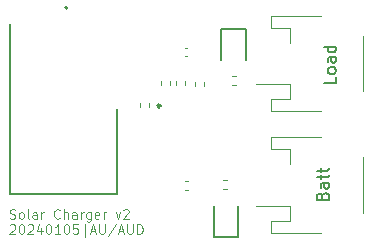
<source format=gbr>
%TF.GenerationSoftware,KiCad,Pcbnew,7.0.2-0*%
%TF.CreationDate,2024-01-11T17:10:39-05:00*%
%TF.ProjectId,SolarCharger_v2,536f6c61-7243-4686-9172-6765725f7632,2*%
%TF.SameCoordinates,Original*%
%TF.FileFunction,Legend,Top*%
%TF.FilePolarity,Positive*%
%FSLAX46Y46*%
G04 Gerber Fmt 4.6, Leading zero omitted, Abs format (unit mm)*
G04 Created by KiCad (PCBNEW 7.0.2-0) date 2024-01-11 17:10:39*
%MOMM*%
%LPD*%
G01*
G04 APERTURE LIST*
%ADD10C,0.100000*%
%ADD11C,0.150000*%
%ADD12C,0.120000*%
%ADD13C,0.200000*%
%ADD14C,0.250000*%
G04 APERTURE END LIST*
D10*
X146811980Y-82591200D02*
X146926266Y-82629295D01*
X146926266Y-82629295D02*
X147116742Y-82629295D01*
X147116742Y-82629295D02*
X147192933Y-82591200D01*
X147192933Y-82591200D02*
X147231028Y-82553104D01*
X147231028Y-82553104D02*
X147269123Y-82476914D01*
X147269123Y-82476914D02*
X147269123Y-82400723D01*
X147269123Y-82400723D02*
X147231028Y-82324533D01*
X147231028Y-82324533D02*
X147192933Y-82286438D01*
X147192933Y-82286438D02*
X147116742Y-82248342D01*
X147116742Y-82248342D02*
X146964361Y-82210247D01*
X146964361Y-82210247D02*
X146888171Y-82172152D01*
X146888171Y-82172152D02*
X146850076Y-82134057D01*
X146850076Y-82134057D02*
X146811980Y-82057866D01*
X146811980Y-82057866D02*
X146811980Y-81981676D01*
X146811980Y-81981676D02*
X146850076Y-81905485D01*
X146850076Y-81905485D02*
X146888171Y-81867390D01*
X146888171Y-81867390D02*
X146964361Y-81829295D01*
X146964361Y-81829295D02*
X147154838Y-81829295D01*
X147154838Y-81829295D02*
X147269123Y-81867390D01*
X147726266Y-82629295D02*
X147650076Y-82591200D01*
X147650076Y-82591200D02*
X147611981Y-82553104D01*
X147611981Y-82553104D02*
X147573885Y-82476914D01*
X147573885Y-82476914D02*
X147573885Y-82248342D01*
X147573885Y-82248342D02*
X147611981Y-82172152D01*
X147611981Y-82172152D02*
X147650076Y-82134057D01*
X147650076Y-82134057D02*
X147726266Y-82095961D01*
X147726266Y-82095961D02*
X147840552Y-82095961D01*
X147840552Y-82095961D02*
X147916743Y-82134057D01*
X147916743Y-82134057D02*
X147954838Y-82172152D01*
X147954838Y-82172152D02*
X147992933Y-82248342D01*
X147992933Y-82248342D02*
X147992933Y-82476914D01*
X147992933Y-82476914D02*
X147954838Y-82553104D01*
X147954838Y-82553104D02*
X147916743Y-82591200D01*
X147916743Y-82591200D02*
X147840552Y-82629295D01*
X147840552Y-82629295D02*
X147726266Y-82629295D01*
X148450076Y-82629295D02*
X148373886Y-82591200D01*
X148373886Y-82591200D02*
X148335791Y-82515009D01*
X148335791Y-82515009D02*
X148335791Y-81829295D01*
X149097696Y-82629295D02*
X149097696Y-82210247D01*
X149097696Y-82210247D02*
X149059601Y-82134057D01*
X149059601Y-82134057D02*
X148983410Y-82095961D01*
X148983410Y-82095961D02*
X148831029Y-82095961D01*
X148831029Y-82095961D02*
X148754839Y-82134057D01*
X149097696Y-82591200D02*
X149021505Y-82629295D01*
X149021505Y-82629295D02*
X148831029Y-82629295D01*
X148831029Y-82629295D02*
X148754839Y-82591200D01*
X148754839Y-82591200D02*
X148716743Y-82515009D01*
X148716743Y-82515009D02*
X148716743Y-82438819D01*
X148716743Y-82438819D02*
X148754839Y-82362628D01*
X148754839Y-82362628D02*
X148831029Y-82324533D01*
X148831029Y-82324533D02*
X149021505Y-82324533D01*
X149021505Y-82324533D02*
X149097696Y-82286438D01*
X149478649Y-82629295D02*
X149478649Y-82095961D01*
X149478649Y-82248342D02*
X149516744Y-82172152D01*
X149516744Y-82172152D02*
X149554839Y-82134057D01*
X149554839Y-82134057D02*
X149631030Y-82095961D01*
X149631030Y-82095961D02*
X149707220Y-82095961D01*
X151040554Y-82553104D02*
X151002458Y-82591200D01*
X151002458Y-82591200D02*
X150888173Y-82629295D01*
X150888173Y-82629295D02*
X150811982Y-82629295D01*
X150811982Y-82629295D02*
X150697696Y-82591200D01*
X150697696Y-82591200D02*
X150621506Y-82515009D01*
X150621506Y-82515009D02*
X150583411Y-82438819D01*
X150583411Y-82438819D02*
X150545315Y-82286438D01*
X150545315Y-82286438D02*
X150545315Y-82172152D01*
X150545315Y-82172152D02*
X150583411Y-82019771D01*
X150583411Y-82019771D02*
X150621506Y-81943580D01*
X150621506Y-81943580D02*
X150697696Y-81867390D01*
X150697696Y-81867390D02*
X150811982Y-81829295D01*
X150811982Y-81829295D02*
X150888173Y-81829295D01*
X150888173Y-81829295D02*
X151002458Y-81867390D01*
X151002458Y-81867390D02*
X151040554Y-81905485D01*
X151383411Y-82629295D02*
X151383411Y-81829295D01*
X151726268Y-82629295D02*
X151726268Y-82210247D01*
X151726268Y-82210247D02*
X151688173Y-82134057D01*
X151688173Y-82134057D02*
X151611982Y-82095961D01*
X151611982Y-82095961D02*
X151497696Y-82095961D01*
X151497696Y-82095961D02*
X151421506Y-82134057D01*
X151421506Y-82134057D02*
X151383411Y-82172152D01*
X152450078Y-82629295D02*
X152450078Y-82210247D01*
X152450078Y-82210247D02*
X152411983Y-82134057D01*
X152411983Y-82134057D02*
X152335792Y-82095961D01*
X152335792Y-82095961D02*
X152183411Y-82095961D01*
X152183411Y-82095961D02*
X152107221Y-82134057D01*
X152450078Y-82591200D02*
X152373887Y-82629295D01*
X152373887Y-82629295D02*
X152183411Y-82629295D01*
X152183411Y-82629295D02*
X152107221Y-82591200D01*
X152107221Y-82591200D02*
X152069125Y-82515009D01*
X152069125Y-82515009D02*
X152069125Y-82438819D01*
X152069125Y-82438819D02*
X152107221Y-82362628D01*
X152107221Y-82362628D02*
X152183411Y-82324533D01*
X152183411Y-82324533D02*
X152373887Y-82324533D01*
X152373887Y-82324533D02*
X152450078Y-82286438D01*
X152831031Y-82629295D02*
X152831031Y-82095961D01*
X152831031Y-82248342D02*
X152869126Y-82172152D01*
X152869126Y-82172152D02*
X152907221Y-82134057D01*
X152907221Y-82134057D02*
X152983412Y-82095961D01*
X152983412Y-82095961D02*
X153059602Y-82095961D01*
X153669126Y-82095961D02*
X153669126Y-82743580D01*
X153669126Y-82743580D02*
X153631031Y-82819771D01*
X153631031Y-82819771D02*
X153592935Y-82857866D01*
X153592935Y-82857866D02*
X153516745Y-82895961D01*
X153516745Y-82895961D02*
X153402459Y-82895961D01*
X153402459Y-82895961D02*
X153326269Y-82857866D01*
X153669126Y-82591200D02*
X153592935Y-82629295D01*
X153592935Y-82629295D02*
X153440554Y-82629295D01*
X153440554Y-82629295D02*
X153364364Y-82591200D01*
X153364364Y-82591200D02*
X153326269Y-82553104D01*
X153326269Y-82553104D02*
X153288173Y-82476914D01*
X153288173Y-82476914D02*
X153288173Y-82248342D01*
X153288173Y-82248342D02*
X153326269Y-82172152D01*
X153326269Y-82172152D02*
X153364364Y-82134057D01*
X153364364Y-82134057D02*
X153440554Y-82095961D01*
X153440554Y-82095961D02*
X153592935Y-82095961D01*
X153592935Y-82095961D02*
X153669126Y-82134057D01*
X154354841Y-82591200D02*
X154278650Y-82629295D01*
X154278650Y-82629295D02*
X154126269Y-82629295D01*
X154126269Y-82629295D02*
X154050079Y-82591200D01*
X154050079Y-82591200D02*
X154011983Y-82515009D01*
X154011983Y-82515009D02*
X154011983Y-82210247D01*
X154011983Y-82210247D02*
X154050079Y-82134057D01*
X154050079Y-82134057D02*
X154126269Y-82095961D01*
X154126269Y-82095961D02*
X154278650Y-82095961D01*
X154278650Y-82095961D02*
X154354841Y-82134057D01*
X154354841Y-82134057D02*
X154392936Y-82210247D01*
X154392936Y-82210247D02*
X154392936Y-82286438D01*
X154392936Y-82286438D02*
X154011983Y-82362628D01*
X154735793Y-82629295D02*
X154735793Y-82095961D01*
X154735793Y-82248342D02*
X154773888Y-82172152D01*
X154773888Y-82172152D02*
X154811983Y-82134057D01*
X154811983Y-82134057D02*
X154888174Y-82095961D01*
X154888174Y-82095961D02*
X154964364Y-82095961D01*
X155764364Y-82095961D02*
X155954840Y-82629295D01*
X155954840Y-82629295D02*
X156145317Y-82095961D01*
X156411983Y-81905485D02*
X156450079Y-81867390D01*
X156450079Y-81867390D02*
X156526269Y-81829295D01*
X156526269Y-81829295D02*
X156716745Y-81829295D01*
X156716745Y-81829295D02*
X156792936Y-81867390D01*
X156792936Y-81867390D02*
X156831031Y-81905485D01*
X156831031Y-81905485D02*
X156869126Y-81981676D01*
X156869126Y-81981676D02*
X156869126Y-82057866D01*
X156869126Y-82057866D02*
X156831031Y-82172152D01*
X156831031Y-82172152D02*
X156373888Y-82629295D01*
X156373888Y-82629295D02*
X156869126Y-82629295D01*
X146811980Y-83201485D02*
X146850076Y-83163390D01*
X146850076Y-83163390D02*
X146926266Y-83125295D01*
X146926266Y-83125295D02*
X147116742Y-83125295D01*
X147116742Y-83125295D02*
X147192933Y-83163390D01*
X147192933Y-83163390D02*
X147231028Y-83201485D01*
X147231028Y-83201485D02*
X147269123Y-83277676D01*
X147269123Y-83277676D02*
X147269123Y-83353866D01*
X147269123Y-83353866D02*
X147231028Y-83468152D01*
X147231028Y-83468152D02*
X146773885Y-83925295D01*
X146773885Y-83925295D02*
X147269123Y-83925295D01*
X147764362Y-83125295D02*
X147840552Y-83125295D01*
X147840552Y-83125295D02*
X147916743Y-83163390D01*
X147916743Y-83163390D02*
X147954838Y-83201485D01*
X147954838Y-83201485D02*
X147992933Y-83277676D01*
X147992933Y-83277676D02*
X148031028Y-83430057D01*
X148031028Y-83430057D02*
X148031028Y-83620533D01*
X148031028Y-83620533D02*
X147992933Y-83772914D01*
X147992933Y-83772914D02*
X147954838Y-83849104D01*
X147954838Y-83849104D02*
X147916743Y-83887200D01*
X147916743Y-83887200D02*
X147840552Y-83925295D01*
X147840552Y-83925295D02*
X147764362Y-83925295D01*
X147764362Y-83925295D02*
X147688171Y-83887200D01*
X147688171Y-83887200D02*
X147650076Y-83849104D01*
X147650076Y-83849104D02*
X147611981Y-83772914D01*
X147611981Y-83772914D02*
X147573885Y-83620533D01*
X147573885Y-83620533D02*
X147573885Y-83430057D01*
X147573885Y-83430057D02*
X147611981Y-83277676D01*
X147611981Y-83277676D02*
X147650076Y-83201485D01*
X147650076Y-83201485D02*
X147688171Y-83163390D01*
X147688171Y-83163390D02*
X147764362Y-83125295D01*
X148335790Y-83201485D02*
X148373886Y-83163390D01*
X148373886Y-83163390D02*
X148450076Y-83125295D01*
X148450076Y-83125295D02*
X148640552Y-83125295D01*
X148640552Y-83125295D02*
X148716743Y-83163390D01*
X148716743Y-83163390D02*
X148754838Y-83201485D01*
X148754838Y-83201485D02*
X148792933Y-83277676D01*
X148792933Y-83277676D02*
X148792933Y-83353866D01*
X148792933Y-83353866D02*
X148754838Y-83468152D01*
X148754838Y-83468152D02*
X148297695Y-83925295D01*
X148297695Y-83925295D02*
X148792933Y-83925295D01*
X149478648Y-83391961D02*
X149478648Y-83925295D01*
X149288172Y-83087200D02*
X149097695Y-83658628D01*
X149097695Y-83658628D02*
X149592934Y-83658628D01*
X150050077Y-83125295D02*
X150126267Y-83125295D01*
X150126267Y-83125295D02*
X150202458Y-83163390D01*
X150202458Y-83163390D02*
X150240553Y-83201485D01*
X150240553Y-83201485D02*
X150278648Y-83277676D01*
X150278648Y-83277676D02*
X150316743Y-83430057D01*
X150316743Y-83430057D02*
X150316743Y-83620533D01*
X150316743Y-83620533D02*
X150278648Y-83772914D01*
X150278648Y-83772914D02*
X150240553Y-83849104D01*
X150240553Y-83849104D02*
X150202458Y-83887200D01*
X150202458Y-83887200D02*
X150126267Y-83925295D01*
X150126267Y-83925295D02*
X150050077Y-83925295D01*
X150050077Y-83925295D02*
X149973886Y-83887200D01*
X149973886Y-83887200D02*
X149935791Y-83849104D01*
X149935791Y-83849104D02*
X149897696Y-83772914D01*
X149897696Y-83772914D02*
X149859600Y-83620533D01*
X149859600Y-83620533D02*
X149859600Y-83430057D01*
X149859600Y-83430057D02*
X149897696Y-83277676D01*
X149897696Y-83277676D02*
X149935791Y-83201485D01*
X149935791Y-83201485D02*
X149973886Y-83163390D01*
X149973886Y-83163390D02*
X150050077Y-83125295D01*
X151078648Y-83925295D02*
X150621505Y-83925295D01*
X150850077Y-83925295D02*
X150850077Y-83125295D01*
X150850077Y-83125295D02*
X150773886Y-83239580D01*
X150773886Y-83239580D02*
X150697696Y-83315771D01*
X150697696Y-83315771D02*
X150621505Y-83353866D01*
X151573887Y-83125295D02*
X151650077Y-83125295D01*
X151650077Y-83125295D02*
X151726268Y-83163390D01*
X151726268Y-83163390D02*
X151764363Y-83201485D01*
X151764363Y-83201485D02*
X151802458Y-83277676D01*
X151802458Y-83277676D02*
X151840553Y-83430057D01*
X151840553Y-83430057D02*
X151840553Y-83620533D01*
X151840553Y-83620533D02*
X151802458Y-83772914D01*
X151802458Y-83772914D02*
X151764363Y-83849104D01*
X151764363Y-83849104D02*
X151726268Y-83887200D01*
X151726268Y-83887200D02*
X151650077Y-83925295D01*
X151650077Y-83925295D02*
X151573887Y-83925295D01*
X151573887Y-83925295D02*
X151497696Y-83887200D01*
X151497696Y-83887200D02*
X151459601Y-83849104D01*
X151459601Y-83849104D02*
X151421506Y-83772914D01*
X151421506Y-83772914D02*
X151383410Y-83620533D01*
X151383410Y-83620533D02*
X151383410Y-83430057D01*
X151383410Y-83430057D02*
X151421506Y-83277676D01*
X151421506Y-83277676D02*
X151459601Y-83201485D01*
X151459601Y-83201485D02*
X151497696Y-83163390D01*
X151497696Y-83163390D02*
X151573887Y-83125295D01*
X152564363Y-83125295D02*
X152183411Y-83125295D01*
X152183411Y-83125295D02*
X152145315Y-83506247D01*
X152145315Y-83506247D02*
X152183411Y-83468152D01*
X152183411Y-83468152D02*
X152259601Y-83430057D01*
X152259601Y-83430057D02*
X152450077Y-83430057D01*
X152450077Y-83430057D02*
X152526268Y-83468152D01*
X152526268Y-83468152D02*
X152564363Y-83506247D01*
X152564363Y-83506247D02*
X152602458Y-83582438D01*
X152602458Y-83582438D02*
X152602458Y-83772914D01*
X152602458Y-83772914D02*
X152564363Y-83849104D01*
X152564363Y-83849104D02*
X152526268Y-83887200D01*
X152526268Y-83887200D02*
X152450077Y-83925295D01*
X152450077Y-83925295D02*
X152259601Y-83925295D01*
X152259601Y-83925295D02*
X152183411Y-83887200D01*
X152183411Y-83887200D02*
X152145315Y-83849104D01*
X153135792Y-84191961D02*
X153135792Y-83049104D01*
X153669125Y-83696723D02*
X154050078Y-83696723D01*
X153592935Y-83925295D02*
X153859602Y-83125295D01*
X153859602Y-83125295D02*
X154126268Y-83925295D01*
X154392935Y-83125295D02*
X154392935Y-83772914D01*
X154392935Y-83772914D02*
X154431030Y-83849104D01*
X154431030Y-83849104D02*
X154469125Y-83887200D01*
X154469125Y-83887200D02*
X154545316Y-83925295D01*
X154545316Y-83925295D02*
X154697697Y-83925295D01*
X154697697Y-83925295D02*
X154773887Y-83887200D01*
X154773887Y-83887200D02*
X154811982Y-83849104D01*
X154811982Y-83849104D02*
X154850078Y-83772914D01*
X154850078Y-83772914D02*
X154850078Y-83125295D01*
X155802458Y-83087200D02*
X155116744Y-84115771D01*
X156031029Y-83696723D02*
X156411982Y-83696723D01*
X155954839Y-83925295D02*
X156221506Y-83125295D01*
X156221506Y-83125295D02*
X156488172Y-83925295D01*
X156754839Y-83125295D02*
X156754839Y-83772914D01*
X156754839Y-83772914D02*
X156792934Y-83849104D01*
X156792934Y-83849104D02*
X156831029Y-83887200D01*
X156831029Y-83887200D02*
X156907220Y-83925295D01*
X156907220Y-83925295D02*
X157059601Y-83925295D01*
X157059601Y-83925295D02*
X157135791Y-83887200D01*
X157135791Y-83887200D02*
X157173886Y-83849104D01*
X157173886Y-83849104D02*
X157211982Y-83772914D01*
X157211982Y-83772914D02*
X157211982Y-83125295D01*
X157592934Y-83925295D02*
X157592934Y-83125295D01*
X157592934Y-83125295D02*
X157783410Y-83125295D01*
X157783410Y-83125295D02*
X157897696Y-83163390D01*
X157897696Y-83163390D02*
X157973886Y-83239580D01*
X157973886Y-83239580D02*
X158011981Y-83315771D01*
X158011981Y-83315771D02*
X158050077Y-83468152D01*
X158050077Y-83468152D02*
X158050077Y-83582438D01*
X158050077Y-83582438D02*
X158011981Y-83734819D01*
X158011981Y-83734819D02*
X157973886Y-83811009D01*
X157973886Y-83811009D02*
X157897696Y-83887200D01*
X157897696Y-83887200D02*
X157783410Y-83925295D01*
X157783410Y-83925295D02*
X157592934Y-83925295D01*
D11*
%TO.C,J2*%
X173268409Y-80708381D02*
X173316028Y-80565524D01*
X173316028Y-80565524D02*
X173363647Y-80517905D01*
X173363647Y-80517905D02*
X173458885Y-80470286D01*
X173458885Y-80470286D02*
X173601742Y-80470286D01*
X173601742Y-80470286D02*
X173696980Y-80517905D01*
X173696980Y-80517905D02*
X173744600Y-80565524D01*
X173744600Y-80565524D02*
X173792219Y-80660762D01*
X173792219Y-80660762D02*
X173792219Y-81041714D01*
X173792219Y-81041714D02*
X172792219Y-81041714D01*
X172792219Y-81041714D02*
X172792219Y-80708381D01*
X172792219Y-80708381D02*
X172839838Y-80613143D01*
X172839838Y-80613143D02*
X172887457Y-80565524D01*
X172887457Y-80565524D02*
X172982695Y-80517905D01*
X172982695Y-80517905D02*
X173077933Y-80517905D01*
X173077933Y-80517905D02*
X173173171Y-80565524D01*
X173173171Y-80565524D02*
X173220790Y-80613143D01*
X173220790Y-80613143D02*
X173268409Y-80708381D01*
X173268409Y-80708381D02*
X173268409Y-81041714D01*
X173792219Y-79613143D02*
X173268409Y-79613143D01*
X173268409Y-79613143D02*
X173173171Y-79660762D01*
X173173171Y-79660762D02*
X173125552Y-79756000D01*
X173125552Y-79756000D02*
X173125552Y-79946476D01*
X173125552Y-79946476D02*
X173173171Y-80041714D01*
X173744600Y-79613143D02*
X173792219Y-79708381D01*
X173792219Y-79708381D02*
X173792219Y-79946476D01*
X173792219Y-79946476D02*
X173744600Y-80041714D01*
X173744600Y-80041714D02*
X173649361Y-80089333D01*
X173649361Y-80089333D02*
X173554123Y-80089333D01*
X173554123Y-80089333D02*
X173458885Y-80041714D01*
X173458885Y-80041714D02*
X173411266Y-79946476D01*
X173411266Y-79946476D02*
X173411266Y-79708381D01*
X173411266Y-79708381D02*
X173363647Y-79613143D01*
X173125552Y-79279809D02*
X173125552Y-78898857D01*
X172792219Y-79136952D02*
X173649361Y-79136952D01*
X173649361Y-79136952D02*
X173744600Y-79089333D01*
X173744600Y-79089333D02*
X173792219Y-78994095D01*
X173792219Y-78994095D02*
X173792219Y-78898857D01*
X173125552Y-78708380D02*
X173125552Y-78327428D01*
X172792219Y-78565523D02*
X173649361Y-78565523D01*
X173649361Y-78565523D02*
X173744600Y-78517904D01*
X173744600Y-78517904D02*
X173792219Y-78422666D01*
X173792219Y-78422666D02*
X173792219Y-78327428D01*
%TO.C,J3*%
X174401819Y-70643619D02*
X174401819Y-71119809D01*
X174401819Y-71119809D02*
X173401819Y-71119809D01*
X174401819Y-70167428D02*
X174354200Y-70262666D01*
X174354200Y-70262666D02*
X174306580Y-70310285D01*
X174306580Y-70310285D02*
X174211342Y-70357904D01*
X174211342Y-70357904D02*
X173925628Y-70357904D01*
X173925628Y-70357904D02*
X173830390Y-70310285D01*
X173830390Y-70310285D02*
X173782771Y-70262666D01*
X173782771Y-70262666D02*
X173735152Y-70167428D01*
X173735152Y-70167428D02*
X173735152Y-70024571D01*
X173735152Y-70024571D02*
X173782771Y-69929333D01*
X173782771Y-69929333D02*
X173830390Y-69881714D01*
X173830390Y-69881714D02*
X173925628Y-69834095D01*
X173925628Y-69834095D02*
X174211342Y-69834095D01*
X174211342Y-69834095D02*
X174306580Y-69881714D01*
X174306580Y-69881714D02*
X174354200Y-69929333D01*
X174354200Y-69929333D02*
X174401819Y-70024571D01*
X174401819Y-70024571D02*
X174401819Y-70167428D01*
X174401819Y-68976952D02*
X173878009Y-68976952D01*
X173878009Y-68976952D02*
X173782771Y-69024571D01*
X173782771Y-69024571D02*
X173735152Y-69119809D01*
X173735152Y-69119809D02*
X173735152Y-69310285D01*
X173735152Y-69310285D02*
X173782771Y-69405523D01*
X174354200Y-68976952D02*
X174401819Y-69072190D01*
X174401819Y-69072190D02*
X174401819Y-69310285D01*
X174401819Y-69310285D02*
X174354200Y-69405523D01*
X174354200Y-69405523D02*
X174258961Y-69453142D01*
X174258961Y-69453142D02*
X174163723Y-69453142D01*
X174163723Y-69453142D02*
X174068485Y-69405523D01*
X174068485Y-69405523D02*
X174020866Y-69310285D01*
X174020866Y-69310285D02*
X174020866Y-69072190D01*
X174020866Y-69072190D02*
X173973247Y-68976952D01*
X174401819Y-68072190D02*
X173401819Y-68072190D01*
X174354200Y-68072190D02*
X174401819Y-68167428D01*
X174401819Y-68167428D02*
X174401819Y-68357904D01*
X174401819Y-68357904D02*
X174354200Y-68453142D01*
X174354200Y-68453142D02*
X174306580Y-68500761D01*
X174306580Y-68500761D02*
X174211342Y-68548380D01*
X174211342Y-68548380D02*
X173925628Y-68548380D01*
X173925628Y-68548380D02*
X173830390Y-68500761D01*
X173830390Y-68500761D02*
X173782771Y-68453142D01*
X173782771Y-68453142D02*
X173735152Y-68357904D01*
X173735152Y-68357904D02*
X173735152Y-68167428D01*
X173735152Y-68167428D02*
X173782771Y-68072190D01*
D12*
%TO.C,J2*%
X168907200Y-83850800D02*
X168907200Y-82830800D01*
X173157200Y-83850800D02*
X168907200Y-83850800D01*
X168907200Y-82830800D02*
X170507200Y-82830800D01*
X170507200Y-82830800D02*
X170507200Y-81550800D01*
X176727200Y-82130800D02*
X176727200Y-77450800D01*
X170507200Y-81550800D02*
X167617200Y-81550800D01*
X168907200Y-76750800D02*
X170507200Y-76750800D01*
X170507200Y-76750800D02*
X170507200Y-78030800D01*
X168907200Y-75730800D02*
X168907200Y-76750800D01*
X173157200Y-75730800D02*
X168907200Y-75730800D01*
D13*
%TO.C,D1*%
X164050000Y-84184000D02*
X166150000Y-84184000D01*
X166150000Y-84184000D02*
X166150000Y-81534000D01*
X164050000Y-81534000D02*
X164050000Y-84184000D01*
D12*
%TO.C,C2*%
X161877836Y-80166800D02*
X161662164Y-80166800D01*
X161877836Y-79446800D02*
X161662164Y-79446800D01*
%TO.C,R3*%
X161619200Y-71019159D02*
X161619200Y-71326441D01*
X160859200Y-71019159D02*
X160859200Y-71326441D01*
D13*
%TO.C,D2*%
X166810400Y-66590400D02*
X164710400Y-66590400D01*
X164710400Y-66590400D02*
X164710400Y-69240400D01*
X166810400Y-69240400D02*
X166810400Y-66590400D01*
D12*
%TO.C,J3*%
X168902000Y-73554400D02*
X168902000Y-72534400D01*
X173152000Y-73554400D02*
X168902000Y-73554400D01*
X168902000Y-72534400D02*
X170502000Y-72534400D01*
X170502000Y-72534400D02*
X170502000Y-71254400D01*
X176722000Y-71834400D02*
X176722000Y-67154400D01*
X170502000Y-71254400D02*
X167612000Y-71254400D01*
X168902000Y-66454400D02*
X170502000Y-66454400D01*
X170502000Y-66454400D02*
X170502000Y-67734400D01*
X168902000Y-65434400D02*
X168902000Y-66454400D01*
X173152000Y-65434400D02*
X168902000Y-65434400D01*
%TO.C,C1*%
X161832236Y-68889200D02*
X161616564Y-68889200D01*
X161832236Y-68169200D02*
X161616564Y-68169200D01*
%TO.C,R6*%
X165916041Y-71296800D02*
X165608759Y-71296800D01*
X165916041Y-70536800D02*
X165608759Y-70536800D01*
%TO.C,R5*%
X165200841Y-80136000D02*
X164893559Y-80136000D01*
X165200841Y-79376000D02*
X164893559Y-79376000D01*
%TO.C,R4*%
X162484800Y-71377241D02*
X162484800Y-71069959D01*
X163244800Y-71377241D02*
X163244800Y-71069959D01*
D14*
%TO.C,IC1*%
X159565800Y-73074400D02*
G75*
G03*
X159565800Y-73074400I-125000J0D01*
G01*
D13*
%TO.C,J1*%
X155847600Y-80528125D02*
X155847600Y-73328125D01*
X146847600Y-80528125D02*
X155847600Y-80528125D01*
X146847600Y-66128125D02*
X146847600Y-80528125D01*
X151705450Y-64777125D02*
G75*
G03*
X151705450Y-64777125I-118850J0D01*
G01*
D12*
%TO.C,R1*%
X158622000Y-72843959D02*
X158622000Y-73151241D01*
X157862000Y-72843959D02*
X157862000Y-73151241D01*
%TO.C,R2*%
X159640000Y-71326441D02*
X159640000Y-71019159D01*
X160400000Y-71326441D02*
X160400000Y-71019159D01*
%TD*%
M02*

</source>
